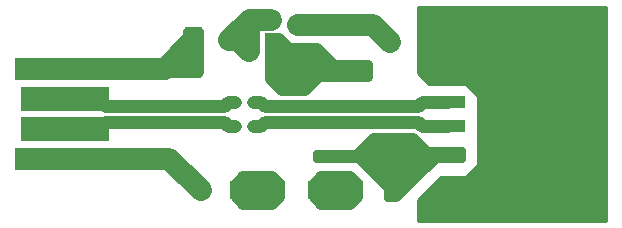
<source format=gtl>
G04 #@! TF.FileFunction,Copper,L1,Top,Signal*
%FSLAX46Y46*%
G04 Gerber Fmt 4.6, Leading zero omitted, Abs format (unit mm)*
G04 Created by KiCad (PCBNEW 4.0.1-2.fc23-product) date Tue 12 Jan 2016 10:32:47 PM CET*
%MOMM*%
G01*
G04 APERTURE LIST*
%ADD10C,0.100000*%
%ADD11R,1.000000X0.700000*%
%ADD12R,8.000000X1.900000*%
%ADD13R,7.500000X2.000000*%
%ADD14R,1.000000X1.600000*%
%ADD15R,0.800000X0.750000*%
%ADD16R,1.700000X0.900000*%
%ADD17C,3.000000*%
%ADD18R,2.880000X1.120000*%
%ADD19C,0.600000*%
%ADD20C,0.355600*%
%ADD21C,1.900000*%
%ADD22C,1.120000*%
%ADD23C,0.508000*%
%ADD24C,0.254000*%
G04 APERTURE END LIST*
D10*
D11*
X147714000Y-107696000D03*
X147714000Y-108646000D03*
X147714000Y-109596000D03*
X150114000Y-109596000D03*
X150114000Y-107696000D03*
D12*
X129995000Y-118999000D03*
X129995000Y-111379000D03*
D13*
X130245000Y-113889000D03*
X130245000Y-116489000D03*
D14*
X144121000Y-108966000D03*
X141121000Y-108966000D03*
X157964000Y-121666000D03*
X154964000Y-121666000D03*
X148360000Y-121666000D03*
X151360000Y-121666000D03*
X144756000Y-121666000D03*
X141756000Y-121666000D03*
D15*
X144677000Y-114173000D03*
X146177000Y-114173000D03*
X144677000Y-116205000D03*
X146177000Y-116205000D03*
D16*
X157988000Y-117348000D03*
X157988000Y-114448000D03*
X155194000Y-114480000D03*
X155194000Y-111580000D03*
X152273000Y-118798000D03*
X152273000Y-115898000D03*
X149479000Y-115930000D03*
X149479000Y-113030000D03*
D17*
X166243000Y-121759000D03*
X166243000Y-108619000D03*
D18*
X162663000Y-118689000D03*
X162663000Y-116189000D03*
X162663000Y-114189000D03*
X162663000Y-111689000D03*
D19*
X146050000Y-121539000D03*
X145923000Y-122682000D03*
X147066000Y-122682000D03*
X147066000Y-121539000D03*
X147066000Y-120396000D03*
X145796000Y-120396000D03*
X145415000Y-109982000D03*
X146177000Y-107061000D03*
X145415000Y-107569000D03*
X145415000Y-108839000D03*
X146177000Y-109474000D03*
X140462000Y-110744000D03*
X139446000Y-110744000D03*
X138811000Y-111506000D03*
X147828000Y-111760000D03*
X148590000Y-110871000D03*
X149352000Y-111760000D03*
X150114000Y-110871000D03*
X150876000Y-111760000D03*
X151638000Y-109982000D03*
X153289000Y-111887000D03*
X139954000Y-111506000D03*
X140970000Y-111506000D03*
X141478000Y-110744000D03*
X153670000Y-122936000D03*
X152527000Y-122936000D03*
X152654000Y-121666000D03*
X153670000Y-121666000D03*
X153670000Y-120396000D03*
X161036000Y-123444000D03*
X166116000Y-116840000D03*
X174752000Y-123444000D03*
X174752000Y-120396000D03*
X174752000Y-116332000D03*
X174752000Y-113792000D03*
X174752000Y-110236000D03*
X174752000Y-107188000D03*
X160528000Y-106680000D03*
X160528000Y-108712000D03*
X152654000Y-120396000D03*
X160528000Y-110744000D03*
X158369000Y-119126000D03*
X159004000Y-120142000D03*
X159385000Y-120777000D03*
X157226000Y-120015000D03*
X157607000Y-118618000D03*
X158115000Y-119888000D03*
X159258000Y-118618000D03*
X159385000Y-119380000D03*
X160401000Y-119761000D03*
X160401000Y-118364000D03*
X156210000Y-119634000D03*
X156210000Y-118237000D03*
X155956000Y-107569000D03*
X156718000Y-107823000D03*
X156972000Y-108585000D03*
X157734000Y-108839000D03*
X156845000Y-119126000D03*
D20*
X145923000Y-122682000D02*
X145923000Y-121666000D01*
X145923000Y-121666000D02*
X146050000Y-121539000D01*
X147066000Y-121539000D02*
X147066000Y-122682000D01*
X145796000Y-120396000D02*
X147193000Y-120396000D01*
D21*
X144121000Y-108966000D02*
X144907000Y-108966000D01*
X144907000Y-108966000D02*
X145796000Y-109855000D01*
X145796000Y-107291000D02*
X145796000Y-109855000D01*
X144121000Y-108966000D02*
X145893401Y-107193599D01*
X145893401Y-107193599D02*
X146332079Y-107193599D01*
X146332079Y-107193599D02*
X147714000Y-107193599D01*
D20*
X140081000Y-111506000D02*
X140081000Y-110998000D01*
X140081000Y-110998000D02*
X140462000Y-110617000D01*
X139319000Y-110617000D02*
X139192000Y-110744000D01*
X139192000Y-110744000D02*
X139192000Y-111506000D01*
X148590000Y-110744000D02*
X147828000Y-111506000D01*
X147828000Y-111506000D02*
X147828000Y-111760000D01*
X149860000Y-110744000D02*
X149479000Y-111125000D01*
X149479000Y-111125000D02*
X149479000Y-111633000D01*
X151638000Y-109982000D02*
X151638000Y-110744000D01*
X151638000Y-110744000D02*
X150749000Y-111633000D01*
X155194000Y-111580000D02*
X153723000Y-111580000D01*
X153723000Y-111580000D02*
X153416000Y-111887000D01*
X141097000Y-111506000D02*
X140081000Y-111506000D01*
X141121000Y-108966000D02*
X141121000Y-110387000D01*
X141121000Y-110387000D02*
X141478000Y-110744000D01*
D21*
X129995000Y-111379000D02*
X138708000Y-111379000D01*
X138708000Y-111379000D02*
X141121000Y-108966000D01*
D20*
X141121000Y-108966000D02*
X141121000Y-109266000D01*
X152654000Y-121666000D02*
X152654000Y-122809000D01*
X152654000Y-122809000D02*
X152527000Y-122936000D01*
X153670000Y-120396000D02*
X153670000Y-121666000D01*
X152654000Y-120396000D02*
X153670000Y-120396000D01*
X161036000Y-123444000D02*
X161335999Y-123144001D01*
X174752000Y-123444000D02*
X172720000Y-123444000D01*
X172720000Y-123444000D02*
X166116000Y-116840000D01*
X174752000Y-116332000D02*
X174752000Y-120396000D01*
X174752000Y-110236000D02*
X174752000Y-113792000D01*
X164431000Y-106553000D02*
X174117000Y-106553000D01*
X174117000Y-106553000D02*
X174752000Y-107188000D01*
X160528000Y-106680000D02*
X164304000Y-106680000D01*
X164304000Y-106680000D02*
X164431000Y-106553000D01*
X160528000Y-110744000D02*
X160528000Y-108712000D01*
X149479000Y-113030000D02*
X148717000Y-113030000D01*
X151360000Y-121666000D02*
X151384000Y-121666000D01*
X151384000Y-121666000D02*
X152654000Y-120396000D01*
X162663000Y-111689000D02*
X161473000Y-111689000D01*
X161473000Y-111689000D02*
X160528000Y-110744000D01*
X154964000Y-121666000D02*
X154559000Y-121666000D01*
D21*
X149987000Y-107696000D02*
X156337000Y-107696000D01*
X156337000Y-107696000D02*
X157734000Y-109093000D01*
X129995000Y-118999000D02*
X139089000Y-118999000D01*
X139089000Y-118999000D02*
X141756000Y-121666000D01*
D22*
X133646100Y-114540100D02*
X143709900Y-114540100D01*
X143709900Y-114540100D02*
X144077000Y-114173000D01*
X144077000Y-114173000D02*
X144677000Y-114173000D01*
X130245000Y-113889000D02*
X132995000Y-113889000D01*
X132995000Y-113889000D02*
X133646100Y-114540100D01*
X162663000Y-114189000D02*
X160503000Y-114189000D01*
X160503000Y-114189000D02*
X160154091Y-114537909D01*
X160154091Y-114537909D02*
X147141909Y-114537909D01*
X147141909Y-114537909D02*
X146777000Y-114173000D01*
X146177000Y-114173000D02*
X146777000Y-114173000D01*
X146777000Y-114173000D02*
X147144101Y-114540101D01*
X133646100Y-115837900D02*
X143709900Y-115837900D01*
X143709900Y-115837900D02*
X144077000Y-116205000D01*
X144077000Y-116205000D02*
X144677000Y-116205000D01*
X130245000Y-116489000D02*
X132995000Y-116489000D01*
X132995000Y-116489000D02*
X133646100Y-115837900D01*
X160154091Y-115840091D02*
X147141909Y-115840091D01*
X160503000Y-116189000D02*
X160154091Y-115840091D01*
X162663000Y-116189000D02*
X160503000Y-116189000D01*
X147141909Y-115840091D02*
X146777000Y-116205000D01*
X146177000Y-116205000D02*
X146777000Y-116205000D01*
X146777000Y-116205000D02*
X147144101Y-115837899D01*
D23*
G36*
X149299395Y-109399605D02*
X149383422Y-109455331D01*
X149479000Y-109474000D01*
X151659790Y-109474000D01*
X152982395Y-110796605D01*
X153066422Y-110852331D01*
X153162000Y-110871000D01*
X155977790Y-110871000D01*
X156083000Y-110976210D01*
X156083000Y-112162790D01*
X155977790Y-112268000D01*
X151892000Y-112268000D01*
X151793180Y-112288012D01*
X151712395Y-112342395D01*
X150643790Y-113411000D01*
X148568210Y-113411000D01*
X147447000Y-112289790D01*
X147447000Y-108651599D01*
X147714000Y-108651599D01*
X148048814Y-108585000D01*
X148484790Y-108585000D01*
X149299395Y-109399605D01*
X149299395Y-109399605D01*
G37*
X149299395Y-109399605D02*
X149383422Y-109455331D01*
X149479000Y-109474000D01*
X151659790Y-109474000D01*
X152982395Y-110796605D01*
X153066422Y-110852331D01*
X153162000Y-110871000D01*
X155977790Y-110871000D01*
X156083000Y-110976210D01*
X156083000Y-112162790D01*
X155977790Y-112268000D01*
X151892000Y-112268000D01*
X151793180Y-112288012D01*
X151712395Y-112342395D01*
X150643790Y-113411000D01*
X148568210Y-113411000D01*
X147447000Y-112289790D01*
X147447000Y-108651599D01*
X147714000Y-108651599D01*
X148048814Y-108585000D01*
X148484790Y-108585000D01*
X149299395Y-109399605D01*
G36*
X148590000Y-121009210D02*
X148590000Y-122322790D01*
X147849790Y-123063000D01*
X145266210Y-123063000D01*
X144526000Y-122322790D01*
X144526000Y-121009210D01*
X145266210Y-120269000D01*
X147849790Y-120269000D01*
X148590000Y-121009210D01*
X148590000Y-121009210D01*
G37*
X148590000Y-121009210D02*
X148590000Y-122322790D01*
X147849790Y-123063000D01*
X145266210Y-123063000D01*
X144526000Y-122322790D01*
X144526000Y-121009210D01*
X145266210Y-120269000D01*
X147849790Y-120269000D01*
X148590000Y-121009210D01*
G36*
X155194000Y-121009210D02*
X155194000Y-122322790D01*
X154453790Y-123063000D01*
X151870210Y-123063000D01*
X151130000Y-122322790D01*
X151130000Y-121009210D01*
X151870210Y-120269000D01*
X154453790Y-120269000D01*
X155194000Y-121009210D01*
X155194000Y-121009210D01*
G37*
X155194000Y-121009210D02*
X155194000Y-122322790D01*
X154453790Y-123063000D01*
X151870210Y-123063000D01*
X151130000Y-122322790D01*
X151130000Y-121009210D01*
X151870210Y-120269000D01*
X154453790Y-120269000D01*
X155194000Y-121009210D01*
G36*
X160856395Y-118162605D02*
X160940422Y-118218331D01*
X161036000Y-118237000D01*
X163957000Y-118237000D01*
X163957000Y-119126000D01*
X161798000Y-119126000D01*
X161699180Y-119146012D01*
X161618395Y-119200395D01*
X158390790Y-122428000D01*
X157480000Y-122428000D01*
X157480000Y-121666000D01*
X157459988Y-121567180D01*
X157405605Y-121486395D01*
X155119605Y-119200395D01*
X155035578Y-119144669D01*
X154940000Y-119126000D01*
X151511000Y-119126000D01*
X151511000Y-118491000D01*
X154813000Y-118491000D01*
X154911820Y-118470988D01*
X154992605Y-118416605D01*
X156315210Y-117094000D01*
X159787790Y-117094000D01*
X160856395Y-118162605D01*
X160856395Y-118162605D01*
G37*
X160856395Y-118162605D02*
X160940422Y-118218331D01*
X161036000Y-118237000D01*
X163957000Y-118237000D01*
X163957000Y-119126000D01*
X161798000Y-119126000D01*
X161699180Y-119146012D01*
X161618395Y-119200395D01*
X158390790Y-122428000D01*
X157480000Y-122428000D01*
X157480000Y-121666000D01*
X157459988Y-121567180D01*
X157405605Y-121486395D01*
X155119605Y-119200395D01*
X155035578Y-119144669D01*
X154940000Y-119126000D01*
X151511000Y-119126000D01*
X151511000Y-118491000D01*
X154813000Y-118491000D01*
X154911820Y-118470988D01*
X154992605Y-118416605D01*
X156315210Y-117094000D01*
X159787790Y-117094000D01*
X160856395Y-118162605D01*
D24*
G36*
X176074000Y-124258000D02*
X160147000Y-124258000D01*
X160147000Y-122480606D01*
X162104606Y-120523000D01*
X164084000Y-120523000D01*
X164133410Y-120512994D01*
X164173803Y-120485803D01*
X165189803Y-119469803D01*
X165217666Y-119427789D01*
X165227000Y-119380000D01*
X165227000Y-113792000D01*
X165216994Y-113742590D01*
X165189803Y-113702197D01*
X164173803Y-112686197D01*
X164131789Y-112658334D01*
X164084000Y-112649000D01*
X161088606Y-112649000D01*
X160147000Y-111707394D01*
X160147000Y-106120000D01*
X176074000Y-106120000D01*
X176074000Y-124258000D01*
X176074000Y-124258000D01*
G37*
X176074000Y-124258000D02*
X160147000Y-124258000D01*
X160147000Y-122480606D01*
X162104606Y-120523000D01*
X164084000Y-120523000D01*
X164133410Y-120512994D01*
X164173803Y-120485803D01*
X165189803Y-119469803D01*
X165217666Y-119427789D01*
X165227000Y-119380000D01*
X165227000Y-113792000D01*
X165216994Y-113742590D01*
X165189803Y-113702197D01*
X164173803Y-112686197D01*
X164131789Y-112658334D01*
X164084000Y-112649000D01*
X161088606Y-112649000D01*
X160147000Y-111707394D01*
X160147000Y-106120000D01*
X176074000Y-106120000D01*
X176074000Y-124258000D01*
G36*
X141859000Y-108129606D02*
X141859000Y-111707394D01*
X141552394Y-112014000D01*
X138863606Y-112014000D01*
X138557000Y-111707394D01*
X138557000Y-110542606D01*
X140297803Y-108801803D01*
X140325666Y-108759789D01*
X140335000Y-108712000D01*
X140335000Y-108129606D01*
X140514606Y-107950000D01*
X141679394Y-107950000D01*
X141859000Y-108129606D01*
X141859000Y-108129606D01*
G37*
X141859000Y-108129606D02*
X141859000Y-111707394D01*
X141552394Y-112014000D01*
X138863606Y-112014000D01*
X138557000Y-111707394D01*
X138557000Y-110542606D01*
X140297803Y-108801803D01*
X140325666Y-108759789D01*
X140335000Y-108712000D01*
X140335000Y-108129606D01*
X140514606Y-107950000D01*
X141679394Y-107950000D01*
X141859000Y-108129606D01*
M02*

</source>
